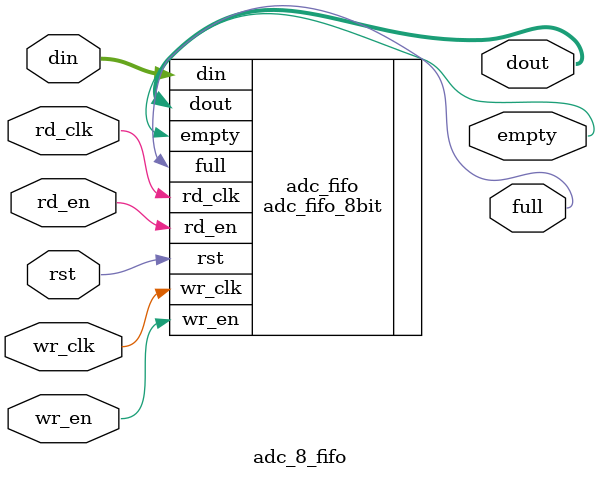
<source format=v>
`timescale 1ns / 1ps
module adc_8_fifo(
input rst, wr_clk, rd_clk, wr_en, rd_en,
input [15:0] din,
output full, empty,
output [31:0] dout
);


adc_fifo_8bit adc_fifo (
  .rst(rst), // input rst
  .wr_clk(wr_clk), // input wr_clk
  .rd_clk(rd_clk), // input rd_clk
  .din(din), // input [7 : 0] din
  .wr_en(wr_en), // input wr_en
  .rd_en(rd_en), // input rd_en
  .dout(dout), // output [31 : 0] dout
  .full(full), // output full
  .empty(empty) // output empty
);

endmodule 
</source>
